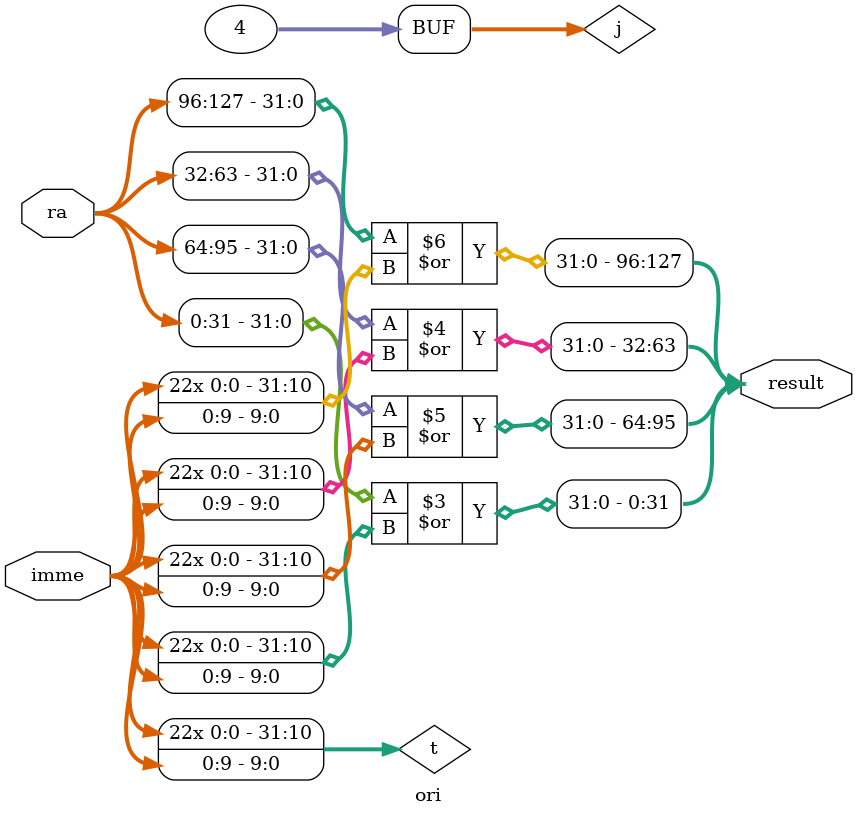
<source format=v>
module ori(
  input [0:127] ra,
  input [0:9] imme,

  output reg [0:127] result
);
integer j;
reg [0:31] t;
always @(*) begin
  t = {{22{imme[0]}}, imme};
  for (j = 0; j < 4; j = j + 1) begin
    result[j*32 +: 32] = ra[j*32 +: 32] | t;
  end
end

endmodule
</source>
